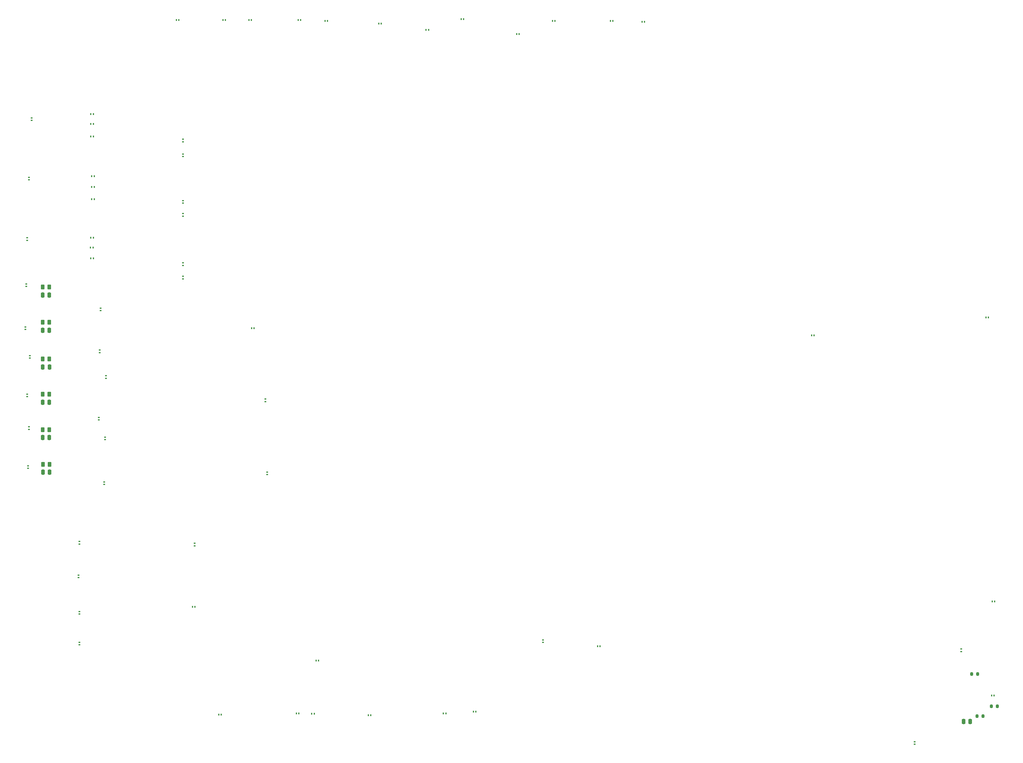
<source format=gbr>
%TF.GenerationSoftware,KiCad,Pcbnew,(6.0.10)*%
%TF.CreationDate,2024-08-19T09:21:52-04:00*%
%TF.ProjectId,ExoFlex_Kicad,45786f46-6c65-4785-9f4b-696361642e6b,rev?*%
%TF.SameCoordinates,Original*%
%TF.FileFunction,Paste,Bot*%
%TF.FilePolarity,Positive*%
%FSLAX46Y46*%
G04 Gerber Fmt 4.6, Leading zero omitted, Abs format (unit mm)*
G04 Created by KiCad (PCBNEW (6.0.10)) date 2024-08-19 09:21:52*
%MOMM*%
%LPD*%
G01*
G04 APERTURE LIST*
G04 Aperture macros list*
%AMRoundRect*
0 Rectangle with rounded corners*
0 $1 Rounding radius*
0 $2 $3 $4 $5 $6 $7 $8 $9 X,Y pos of 4 corners*
0 Add a 4 corners polygon primitive as box body*
4,1,4,$2,$3,$4,$5,$6,$7,$8,$9,$2,$3,0*
0 Add four circle primitives for the rounded corners*
1,1,$1+$1,$2,$3*
1,1,$1+$1,$4,$5*
1,1,$1+$1,$6,$7*
1,1,$1+$1,$8,$9*
0 Add four rect primitives between the rounded corners*
20,1,$1+$1,$2,$3,$4,$5,0*
20,1,$1+$1,$4,$5,$6,$7,0*
20,1,$1+$1,$6,$7,$8,$9,0*
20,1,$1+$1,$8,$9,$2,$3,0*%
G04 Aperture macros list end*
%ADD10RoundRect,0.200000X0.200000X0.275000X-0.200000X0.275000X-0.200000X-0.275000X0.200000X-0.275000X0*%
%ADD11RoundRect,0.200000X-0.200000X-0.275000X0.200000X-0.275000X0.200000X0.275000X-0.200000X0.275000X0*%
%ADD12R,0.300000X0.550000*%
%ADD13RoundRect,0.250000X0.250000X0.475000X-0.250000X0.475000X-0.250000X-0.475000X0.250000X-0.475000X0*%
%ADD14R,0.550000X0.300000*%
%ADD15RoundRect,0.250000X-0.262500X-0.450000X0.262500X-0.450000X0.262500X0.450000X-0.262500X0.450000X0*%
G04 APERTURE END LIST*
D10*
%TO.C,R285*%
X316547000Y-232410000D03*
X314897000Y-232410000D03*
%TD*%
D11*
%TO.C,R284*%
X318961000Y-229616000D03*
X320611000Y-229616000D03*
%TD*%
%TO.C,R283*%
X313373000Y-220472000D03*
X315023000Y-220472000D03*
%TD*%
D12*
%TO.C,D174*%
X319044447Y-226532071D03*
X319744447Y-226532071D03*
%TD*%
D13*
%TO.C,C85*%
X312975031Y-233895753D03*
X311075031Y-233895753D03*
%TD*%
%TO.C,C70*%
X51750000Y-153400000D03*
X49850000Y-153400000D03*
%TD*%
D14*
%TO.C,D48*%
X60322000Y-202720000D03*
X60322000Y-203420000D03*
%TD*%
D12*
%TO.C,D93*%
X101696000Y-35052000D03*
X100996000Y-35052000D03*
%TD*%
D13*
%TO.C,C61*%
X51850000Y-163200000D03*
X49950000Y-163200000D03*
%TD*%
D15*
%TO.C,R10*%
X49887500Y-151200000D03*
X51712500Y-151200000D03*
%TD*%
D14*
%TO.C,D42*%
X60068000Y-192436000D03*
X60068000Y-193136000D03*
%TD*%
%TO.C,D50*%
X60322000Y-211486000D03*
X60322000Y-212186000D03*
%TD*%
D15*
%TO.C,R9*%
X49887500Y-110700000D03*
X51712500Y-110700000D03*
%TD*%
D12*
%TO.C,D22*%
X63452000Y-99568000D03*
X64152000Y-99568000D03*
%TD*%
D15*
%TO.C,R280*%
X49900000Y-120700000D03*
X51725000Y-120700000D03*
%TD*%
D14*
%TO.C,D13*%
X46736000Y-62800000D03*
X46736000Y-63500000D03*
%TD*%
D12*
%TO.C,D23*%
X63548000Y-96774000D03*
X64248000Y-96774000D03*
%TD*%
%TO.C,D161*%
X109824000Y-122428000D03*
X109124000Y-122428000D03*
%TD*%
D14*
%TO.C,D7*%
X45720000Y-161448000D03*
X45720000Y-162148000D03*
%TD*%
D12*
%TO.C,D95*%
X109062000Y-35052000D03*
X108362000Y-35052000D03*
%TD*%
%TO.C,D24*%
X63802000Y-85852000D03*
X64502000Y-85852000D03*
%TD*%
%TO.C,D28*%
X63548000Y-64516000D03*
X64248000Y-64516000D03*
%TD*%
D14*
%TO.C,D12*%
X89662000Y-86214000D03*
X89662000Y-86914000D03*
%TD*%
D15*
%TO.C,R279*%
X49887500Y-141100000D03*
X51712500Y-141100000D03*
%TD*%
D14*
%TO.C,D19*%
X44958000Y-122078000D03*
X44958000Y-122778000D03*
%TD*%
D12*
%TO.C,D21*%
X63548000Y-102616000D03*
X64248000Y-102616000D03*
%TD*%
%TO.C,D80*%
X195168000Y-35306000D03*
X194468000Y-35306000D03*
%TD*%
D14*
%TO.C,D30*%
X67310000Y-166720000D03*
X67310000Y-166020000D03*
%TD*%
%TO.C,D120*%
X92941947Y-183404252D03*
X92941947Y-184104252D03*
%TD*%
D12*
%TO.C,D113*%
X185008000Y-39009000D03*
X184308000Y-39009000D03*
%TD*%
%TO.C,D124*%
X92360000Y-201422000D03*
X93060000Y-201422000D03*
%TD*%
%TO.C,D70*%
X163546380Y-231648000D03*
X164246380Y-231648000D03*
%TD*%
D13*
%TO.C,C69*%
X51750000Y-113000000D03*
X49850000Y-113000000D03*
%TD*%
D12*
%TO.C,D69*%
X142227921Y-232118786D03*
X142927921Y-232118786D03*
%TD*%
D14*
%TO.C,D8*%
X45974000Y-79660000D03*
X45974000Y-80360000D03*
%TD*%
D12*
%TO.C,D72*%
X126202766Y-231673390D03*
X126902766Y-231673390D03*
%TD*%
%TO.C,D142*%
X207264000Y-212598000D03*
X207964000Y-212598000D03*
%TD*%
D15*
%TO.C,R8*%
X49887500Y-131100000D03*
X51712500Y-131100000D03*
%TD*%
D12*
%TO.C,D6*%
X318104000Y-119380000D03*
X317404000Y-119380000D03*
%TD*%
D15*
%TO.C,R3*%
X49987500Y-161000000D03*
X51812500Y-161000000D03*
%TD*%
D14*
%TO.C,D36*%
X66025001Y-128628003D03*
X66025001Y-129328003D03*
%TD*%
%TO.C,D38*%
X66294000Y-117444000D03*
X66294000Y-116744000D03*
%TD*%
%TO.C,D32*%
X67564000Y-153320000D03*
X67564000Y-154020000D03*
%TD*%
%TO.C,D35*%
X67818000Y-135890000D03*
X67818000Y-136590000D03*
%TD*%
D12*
%TO.C,D96*%
X130652000Y-35306000D03*
X129952000Y-35306000D03*
%TD*%
%TO.C,D29*%
X63548000Y-61722000D03*
X64248000Y-61722000D03*
%TD*%
%TO.C,D94*%
X87788000Y-35052000D03*
X88488000Y-35052000D03*
%TD*%
%TO.C,D68*%
X121824000Y-231648000D03*
X122524000Y-231648000D03*
%TD*%
D14*
%TO.C,D159*%
X113538000Y-163226000D03*
X113538000Y-163926000D03*
%TD*%
D12*
%TO.C,D114*%
X211582000Y-35306000D03*
X210882000Y-35306000D03*
%TD*%
D14*
%TO.C,D55*%
X297180000Y-239680000D03*
X297180000Y-240380000D03*
%TD*%
D12*
%TO.C,D79*%
X169260000Y-34798000D03*
X168560000Y-34798000D03*
%TD*%
D14*
%TO.C,D143*%
X191780717Y-210804837D03*
X191780717Y-211504837D03*
%TD*%
%TO.C,D16*%
X89662000Y-68834000D03*
X89662000Y-69534000D03*
%TD*%
D13*
%TO.C,C62*%
X51796190Y-133400000D03*
X49896190Y-133400000D03*
%TD*%
D12*
%TO.C,D91*%
X122332000Y-35052000D03*
X123032000Y-35052000D03*
%TD*%
D14*
%TO.C,D17*%
X45212000Y-110586000D03*
X45212000Y-109886000D03*
%TD*%
%TO.C,D18*%
X89662000Y-89928000D03*
X89662000Y-90628000D03*
%TD*%
D13*
%TO.C,C78*%
X51750000Y-123000000D03*
X49850000Y-123000000D03*
%TD*%
D14*
%TO.C,D5*%
X310388000Y-213360000D03*
X310388000Y-214060000D03*
%TD*%
%TO.C,D4*%
X45974000Y-151068000D03*
X45974000Y-150368000D03*
%TD*%
D12*
%TO.C,D92*%
X145192000Y-36068000D03*
X145892000Y-36068000D03*
%TD*%
%TO.C,D27*%
X63548000Y-68072000D03*
X64248000Y-68072000D03*
%TD*%
D14*
%TO.C,D3*%
X45466000Y-96774000D03*
X45466000Y-97474000D03*
%TD*%
%TO.C,D11*%
X46228000Y-130206000D03*
X46228000Y-130906000D03*
%TD*%
%TO.C,D15*%
X89662000Y-103886000D03*
X89662000Y-104586000D03*
%TD*%
D13*
%TO.C,C77*%
X51750000Y-143400000D03*
X49850000Y-143400000D03*
%TD*%
D14*
%TO.C,D160*%
X113030000Y-142494000D03*
X113030000Y-143194000D03*
%TD*%
D12*
%TO.C,D74*%
X172720000Y-231140000D03*
X172020000Y-231140000D03*
%TD*%
%TO.C,D56*%
X319182000Y-199898000D03*
X319882000Y-199898000D03*
%TD*%
%TO.C,D26*%
X63802000Y-79344000D03*
X64502000Y-79344000D03*
%TD*%
D14*
%TO.C,D14*%
X45466000Y-141128000D03*
X45466000Y-141828000D03*
%TD*%
D12*
%TO.C,D25*%
X63802000Y-82392000D03*
X64502000Y-82392000D03*
%TD*%
D14*
%TO.C,D33*%
X65786000Y-147732000D03*
X65786000Y-148432000D03*
%TD*%
D12*
%TO.C,D81*%
X220568000Y-35560000D03*
X219868000Y-35560000D03*
%TD*%
%TO.C,D179*%
X127412000Y-216662000D03*
X128112000Y-216662000D03*
%TD*%
D14*
%TO.C,D20*%
X89662000Y-107696000D03*
X89662000Y-108396000D03*
%TD*%
%TO.C,D40*%
X60322000Y-182880000D03*
X60322000Y-183580000D03*
%TD*%
%TO.C,D43*%
X89662000Y-73056000D03*
X89662000Y-73756000D03*
%TD*%
D12*
%TO.C,D9*%
X267970000Y-124460000D03*
X268670000Y-124460000D03*
%TD*%
%TO.C,D67*%
X99826725Y-231982827D03*
X100526725Y-231982827D03*
%TD*%
%TO.C,D112*%
X159330000Y-37846000D03*
X158630000Y-37846000D03*
%TD*%
M02*

</source>
